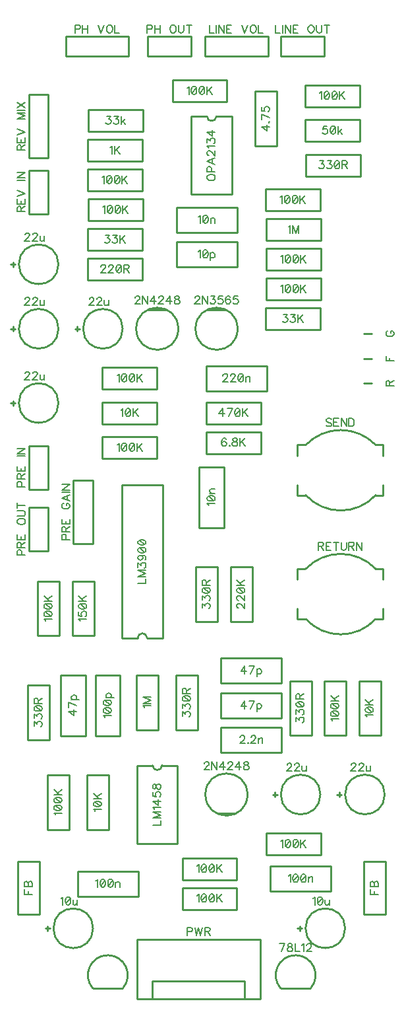
<source format=gbr>
G04 DipTrace 2.4.0.2*
%INTopSilk.gbr*%
%MOIN*%
%ADD10C,0.0098*%
%ADD70C,0.0062*%
%FSLAX44Y44*%
G04*
G70*
G90*
G75*
G01*
%LNTopSilk*%
%LPD*%
X15725Y44320D2*
D10*
X12655D1*
X15725Y43060D2*
X12655D1*
X15725Y44320D2*
Y43060D1*
X12655Y44320D2*
Y43060D1*
X15725Y42570D2*
X12655D1*
X15725Y41310D2*
X12655D1*
X15725Y42570D2*
Y41310D1*
X12655Y42570D2*
Y41310D1*
X15070Y28155D2*
Y31225D1*
X13810Y28155D2*
Y31225D1*
X15070Y28155D2*
X13810D1*
X15070Y31225D2*
X13810D1*
X14905Y16810D2*
X17975D1*
X14905Y18070D2*
X17975D1*
X14905Y16810D2*
Y18070D1*
X17975Y16810D2*
Y18070D1*
X17641Y14572D2*
Y14808D1*
X17523Y14690D2*
X17759D1*
X17941D2*
G02X17941Y14690I1000J0D01*
G01*
X14905Y18560D2*
X17975D1*
X14905Y19820D2*
X17975D1*
X14905Y18560D2*
Y19820D1*
X17975Y18560D2*
Y19820D1*
X20891Y14572D2*
Y14808D1*
X20773Y14690D2*
X21009D1*
X21191D2*
G02X21191Y14690I1000J0D01*
G01*
X4391Y41322D2*
Y41558D1*
X4273Y41440D2*
X4509D1*
X4691D2*
G02X4691Y41440I1000J0D01*
G01*
X14155Y35060D2*
X17225D1*
X14155Y36320D2*
X17225D1*
X14155Y35060D2*
Y36320D1*
X17225Y35060D2*
Y36320D1*
X14905Y20310D2*
X17975D1*
X14905Y21570D2*
X17975D1*
X14905Y20310D2*
Y21570D1*
X17975Y20310D2*
Y21570D1*
X7641Y38072D2*
Y38308D1*
X7523Y38190D2*
X7759D1*
X7941D2*
G02X7941Y38190I1000J0D01*
G01*
X4391Y38072D2*
Y38308D1*
X4273Y38190D2*
X4509D1*
X4691D2*
G02X4691Y38190I1000J0D01*
G01*
X8070Y17655D2*
Y20725D1*
X6810Y17655D2*
Y20725D1*
X8070Y17655D2*
X6810D1*
X8070Y20725D2*
X6810D1*
X4391Y34322D2*
Y34558D1*
X4273Y34440D2*
X4509D1*
X4691D2*
G02X4691Y34440I1000J0D01*
G01*
X9820Y17655D2*
Y20725D1*
X8560Y17655D2*
Y20725D1*
X9820Y17655D2*
X8560D1*
X9820Y20725D2*
X8560D1*
X6141Y7822D2*
Y8058D1*
X6023Y7940D2*
X6259D1*
X6441D2*
G02X6441Y7940I1000J0D01*
G01*
X10725Y10820D2*
X7655D1*
X10725Y9560D2*
X7655D1*
X10725Y10820D2*
Y9560D1*
X7655Y10820D2*
Y9560D1*
X18891Y7822D2*
Y8058D1*
X18773Y7940D2*
X19009D1*
X19191D2*
G02X19191Y7940I1000J0D01*
G01*
X20475Y11070D2*
X17405D1*
X20475Y9810D2*
X17405D1*
X20475Y11070D2*
Y9810D1*
X17405Y11070D2*
Y9810D1*
X10251Y51948D2*
X7054D1*
Y52932D1*
X10251D1*
Y51948D1*
X6182Y50001D2*
X5198D1*
Y46804D1*
X6182D1*
Y50001D1*
X8432Y30538D2*
X7448D1*
Y27342D1*
X8432D1*
Y30538D1*
X6182Y32288D2*
X5198D1*
Y30092D1*
X6182D1*
Y32288D1*
X17288Y51948D2*
X14092D1*
Y52932D1*
X17288D1*
Y51948D1*
X13395D2*
X11198D1*
Y52932D1*
X13395D1*
Y51948D1*
X20145D2*
X17948D1*
Y52932D1*
X20145D1*
Y51948D1*
X6182Y29182D2*
X5198D1*
Y26985D1*
X6182D1*
Y29182D1*
Y46182D2*
X5198D1*
Y43985D1*
X6182D1*
Y46182D1*
X18775Y31779D2*
Y32332D1*
X19168D1*
X23105Y31779D2*
Y32332D1*
X22712D1*
X19208D2*
G02X22731Y32332I1762J-1703D01*
G01*
X18775Y30322D2*
Y29788D1*
X19168D1*
X23105Y30322D2*
Y29788D1*
X22712D1*
X19208D2*
G03X22731Y29788I1762J1636D01*
G01*
X18775Y25529D2*
Y26082D1*
X19168D1*
X23105Y25529D2*
Y26082D1*
X22712D1*
X19208D2*
G02X22731Y26082I1762J-1703D01*
G01*
X18775Y24072D2*
Y23538D1*
X19168D1*
X23105Y24072D2*
Y23538D1*
X22712D1*
X19208D2*
G03X22731Y23538I1762J1636D01*
G01*
X4639Y8640D2*
Y11314D1*
X5741Y8640D2*
Y11314D1*
Y8640D2*
X4639D1*
X5741Y11314D2*
X4639D1*
X22139Y8640D2*
Y11314D1*
X23241Y8640D2*
Y11314D1*
Y8640D2*
X22139D1*
X23241Y11314D2*
X22139D1*
X16900Y7390D2*
X10660D1*
Y4390D1*
X16900D1*
Y7390D1*
X16120Y5290D2*
X11440D1*
Y4390D1*
X16120D1*
Y5290D1*
X22531Y37940D2*
X22137D1*
X22531Y36690D2*
X22137D1*
X22531Y35440D2*
X22137D1*
X13627Y38190D2*
G02X13627Y38190I1063J0D01*
G01*
X14218Y39135D2*
X15162D1*
X14375Y39174D2*
X14926D1*
X14127Y14690D2*
G02X14127Y14690I1063J0D01*
G01*
X15662Y13745D2*
X14718D1*
X15505Y13706D2*
X14954D1*
X10627Y38190D2*
G02X10627Y38190I1063J0D01*
G01*
X11218Y39135D2*
X12162D1*
X11375Y39174D2*
X11926D1*
X17170Y45241D2*
X19922D1*
X17170Y44139D2*
X19922D1*
X17170D2*
Y45241D1*
X19922Y44139D2*
Y45241D1*
X19960Y42639D2*
X17208D1*
X19960Y43741D2*
X17208D1*
X19960D2*
Y42639D1*
X17208Y43741D2*
Y42639D1*
X19960Y41139D2*
X17208D1*
X19960Y42241D2*
X17208D1*
X19960D2*
Y41139D1*
X17208Y42241D2*
Y41139D1*
X8170Y41741D2*
X10922D1*
X8170Y40639D2*
X10922D1*
X8170D2*
Y41741D1*
X10922Y40639D2*
Y41741D1*
X14170Y32991D2*
X16922D1*
X14170Y31889D2*
X16922D1*
X14170D2*
Y32991D1*
X16922Y31889D2*
Y32991D1*
X21889Y17670D2*
Y20422D1*
X22991Y17670D2*
Y20422D1*
Y17670D2*
X21889D1*
X22991Y20422D2*
X21889D1*
X19960Y11639D2*
X17208D1*
X19960Y12741D2*
X17208D1*
X19960D2*
Y11639D1*
X17208Y12741D2*
Y11639D1*
X20139Y17670D2*
Y20422D1*
X21241Y17670D2*
Y20422D1*
Y17670D2*
X20139D1*
X21241Y20422D2*
X20139D1*
X18389Y17670D2*
Y20422D1*
X19491Y17670D2*
Y20422D1*
Y17670D2*
X18389D1*
X19491Y20422D2*
X18389D1*
X8170Y43241D2*
X10922D1*
X8170Y42139D2*
X10922D1*
X8170D2*
Y43241D1*
X10922Y42139D2*
Y43241D1*
X8170Y46241D2*
X10922D1*
X8170Y45139D2*
X10922D1*
X8170D2*
Y46241D1*
X10922Y45139D2*
Y46241D1*
X19960Y39639D2*
X17208D1*
X19960Y40741D2*
X17208D1*
X19960D2*
Y39639D1*
X17208Y40741D2*
Y39639D1*
X10960Y43639D2*
X8208D1*
X10960Y44741D2*
X8208D1*
X10960D2*
Y43639D1*
X8208Y44741D2*
Y43639D1*
X14170Y34491D2*
X16922D1*
X14170Y33389D2*
X16922D1*
X14170D2*
Y34491D1*
X16922Y33389D2*
Y34491D1*
X13639Y23420D2*
Y26172D1*
X14741Y23420D2*
Y26172D1*
Y23420D2*
X13639D1*
X14741Y26172D2*
X13639D1*
X15389Y23420D2*
Y26172D1*
X16491Y23420D2*
Y26172D1*
Y23420D2*
X15389D1*
X16491Y26172D2*
X15389D1*
X17170Y39241D2*
X19922D1*
X17170Y38139D2*
X19922D1*
X17170D2*
Y39241D1*
X19922Y38139D2*
Y39241D1*
X8920Y32741D2*
X11672D1*
X8920Y31639D2*
X11672D1*
X8920D2*
Y32741D1*
X11672Y31639D2*
Y32741D1*
X8920Y36241D2*
X11672D1*
X8920Y35139D2*
X11672D1*
X8920D2*
Y36241D1*
X11672Y35139D2*
Y36241D1*
X8920Y34491D2*
X11672D1*
X8920Y33389D2*
X11672D1*
X8920D2*
Y34491D1*
X11672Y33389D2*
Y34491D1*
X8491Y25460D2*
Y22708D1*
X7389Y25460D2*
Y22708D1*
Y25460D2*
X8491D1*
X7389Y22708D2*
X8491D1*
X6241Y20210D2*
Y17458D1*
X5139Y20210D2*
Y17458D1*
Y20210D2*
X6241D1*
X5139Y17458D2*
X6241D1*
X6741Y25460D2*
Y22708D1*
X5639Y25460D2*
Y22708D1*
Y25460D2*
X6741D1*
X5639Y22708D2*
X6741D1*
X11741Y20710D2*
Y17958D1*
X10639Y20710D2*
Y17958D1*
Y20710D2*
X11741D1*
X10639Y17958D2*
X11741D1*
X8139Y12920D2*
Y15672D1*
X9241Y12920D2*
Y15672D1*
Y12920D2*
X8139D1*
X9241Y15672D2*
X8139D1*
X6139Y12920D2*
Y15672D1*
X7241Y12920D2*
Y15672D1*
Y12920D2*
X6139D1*
X7241Y15672D2*
X6139D1*
X13741Y20710D2*
Y17958D1*
X12639Y20710D2*
Y17958D1*
Y20710D2*
X13741D1*
X12639Y17958D2*
X13741D1*
X8170Y47741D2*
X10922D1*
X8170Y46639D2*
X10922D1*
X8170D2*
Y47741D1*
X10922Y46639D2*
Y47741D1*
X15210Y49639D2*
X12458D1*
X15210Y50741D2*
X12458D1*
X15210D2*
Y49639D1*
X12458Y50741D2*
Y49639D1*
X10960Y48139D2*
X8208D1*
X10960Y49241D2*
X8208D1*
X10960D2*
Y48139D1*
X8208Y49241D2*
Y48139D1*
X16639Y47420D2*
Y50172D1*
X17741Y47420D2*
Y50172D1*
Y47420D2*
X16639D1*
X17741Y50172D2*
X16639D1*
X19170Y50491D2*
X21922D1*
X19170Y49389D2*
X21922D1*
X19170D2*
Y50491D1*
X21922Y49389D2*
Y50491D1*
X19170Y48741D2*
X21922D1*
X19170Y47639D2*
X21922D1*
X19170D2*
Y48741D1*
X21922Y47639D2*
Y48741D1*
X21960Y45889D2*
X19208D1*
X21960Y46991D2*
X19208D1*
X21960D2*
Y45889D1*
X19208Y46991D2*
Y45889D1*
X15710Y10389D2*
X12958D1*
X15710Y11491D2*
X12958D1*
X15710D2*
Y10389D1*
X12958Y11491D2*
Y10389D1*
X15710Y8889D2*
X12958D1*
X15710Y9991D2*
X12958D1*
X15710D2*
Y8889D1*
X12958Y9991D2*
Y8889D1*
X9916Y22582D2*
Y30298D1*
X11964D2*
X9916D1*
X11964Y22582D2*
Y30298D1*
Y22582D2*
X11176D1*
X9916D2*
X10704D1*
X11176D2*
G03X10704Y22582I-236J0D01*
G01*
X12714Y16159D2*
Y12221D1*
X10666D2*
X12714D1*
X10666Y16159D2*
Y12221D1*
Y16159D2*
X11454D1*
X12714D2*
X11926D1*
X11454D2*
G03X11926Y16159I236J0D01*
G01*
X15464Y48909D2*
Y44971D1*
X13416D2*
X15464D1*
X13416Y48909D2*
Y44971D1*
Y48909D2*
X14204D1*
X15464D2*
X14676D1*
X14204D2*
G03X14676Y48909I236J0D01*
G01*
X17934Y4909D2*
G02X19446Y4909I756J666D01*
G01*
X17934D1*
X8434D2*
G02X9946Y4909I756J666D01*
G01*
X8434D1*
X13779Y43838D2*
D70*
X13818Y43858D1*
X13875Y43915D1*
Y43513D1*
X14114Y43915D2*
X14056Y43896D1*
X14018Y43838D1*
X13999Y43743D1*
Y43685D1*
X14018Y43590D1*
X14056Y43532D1*
X14114Y43513D1*
X14152D1*
X14209Y43532D1*
X14247Y43590D1*
X14267Y43685D1*
Y43743D1*
X14247Y43838D1*
X14209Y43896D1*
X14152Y43915D1*
X14114D1*
X14247Y43838D2*
X14018Y43590D1*
X14390Y43781D2*
Y43513D1*
Y43705D2*
X14448Y43762D1*
X14486Y43781D1*
X14543D1*
X14582Y43762D1*
X14601Y43705D1*
Y43513D1*
X13770Y42088D2*
X13808Y42108D1*
X13866Y42165D1*
Y41763D1*
X14104Y42165D2*
X14047Y42146D1*
X14008Y42088D1*
X13989Y41993D1*
Y41935D1*
X14008Y41840D1*
X14047Y41782D1*
X14104Y41763D1*
X14142D1*
X14200Y41782D1*
X14238Y41840D1*
X14257Y41935D1*
Y41993D1*
X14238Y42088D1*
X14200Y42146D1*
X14142Y42165D1*
X14104D1*
X14238Y42088D2*
X14008Y41840D1*
X14381Y42031D2*
Y41629D1*
Y41974D2*
X14419Y42012D1*
X14457Y42031D1*
X14514D1*
X14553Y42012D1*
X14591Y41974D1*
X14610Y41916D1*
Y41878D1*
X14591Y41821D1*
X14553Y41782D1*
X14514Y41763D1*
X14457D1*
X14419Y41782D1*
X14381Y41821D1*
X14292Y29279D2*
X14272Y29318D1*
X14215Y29375D1*
X14617D1*
X14215Y29614D2*
X14234Y29556D1*
X14292Y29518D1*
X14387Y29499D1*
X14445D1*
X14540Y29518D1*
X14598Y29556D1*
X14617Y29614D1*
Y29652D1*
X14598Y29709D1*
X14540Y29747D1*
X14445Y29767D1*
X14387D1*
X14292Y29747D1*
X14234Y29709D1*
X14215Y29652D1*
Y29614D1*
X14292Y29747D2*
X14540Y29518D1*
X14349Y29890D2*
X14617D1*
X14425D2*
X14368Y29948D1*
X14349Y29986D1*
Y30043D1*
X14368Y30082D1*
X14425Y30101D1*
X14617D1*
X15882Y17569D2*
Y17588D1*
X15901Y17627D1*
X15920Y17646D1*
X15958Y17665D1*
X16035D1*
X16073Y17646D1*
X16092Y17627D1*
X16111Y17588D1*
Y17550D1*
X16092Y17512D1*
X16054Y17455D1*
X15862Y17263D1*
X16130D1*
X16273Y17302D2*
X16254Y17282D1*
X16273Y17263D1*
X16292Y17282D1*
X16273Y17302D1*
X16435Y17569D2*
Y17588D1*
X16454Y17627D1*
X16473Y17646D1*
X16512Y17665D1*
X16588D1*
X16626Y17646D1*
X16645Y17627D1*
X16665Y17588D1*
Y17550D1*
X16645Y17512D1*
X16607Y17455D1*
X16416Y17263D1*
X16684D1*
X16807Y17531D2*
Y17263D1*
Y17455D2*
X16865Y17512D1*
X16903Y17531D1*
X16960D1*
X16999Y17512D1*
X17018Y17455D1*
Y17263D1*
X18254Y16180D2*
Y16199D1*
X18273Y16237D1*
X18292Y16256D1*
X18331Y16275D1*
X18407D1*
X18445Y16256D1*
X18464Y16237D1*
X18484Y16199D1*
Y16161D1*
X18464Y16122D1*
X18426Y16065D1*
X18235Y15874D1*
X18503D1*
X18646Y16180D2*
Y16199D1*
X18665Y16237D1*
X18684Y16256D1*
X18722Y16275D1*
X18799D1*
X18837Y16256D1*
X18856Y16237D1*
X18875Y16199D1*
Y16161D1*
X18856Y16122D1*
X18818Y16065D1*
X18626Y15874D1*
X18894D1*
X19018Y16142D2*
Y15950D1*
X19037Y15893D1*
X19075Y15874D1*
X19133D1*
X19171Y15893D1*
X19228Y15950D1*
Y16142D2*
Y15874D1*
X16116Y19013D2*
Y19415D1*
X15924Y19147D1*
X16211D1*
X16411Y19013D2*
X16602Y19415D1*
X16335D1*
X16726Y19281D2*
Y18879D1*
Y19224D2*
X16764Y19262D1*
X16802Y19281D1*
X16860D1*
X16898Y19262D1*
X16936Y19224D1*
X16956Y19166D1*
Y19128D1*
X16936Y19071D1*
X16898Y19032D1*
X16860Y19013D1*
X16802D1*
X16764Y19032D1*
X16726Y19071D1*
X21504Y16180D2*
Y16199D1*
X21523Y16237D1*
X21542Y16256D1*
X21581Y16275D1*
X21657D1*
X21695Y16256D1*
X21714Y16237D1*
X21734Y16199D1*
Y16161D1*
X21714Y16122D1*
X21676Y16065D1*
X21485Y15874D1*
X21753D1*
X21896Y16180D2*
Y16199D1*
X21915Y16237D1*
X21934Y16256D1*
X21972Y16275D1*
X22049D1*
X22087Y16256D1*
X22106Y16237D1*
X22125Y16199D1*
Y16161D1*
X22106Y16122D1*
X22068Y16065D1*
X21876Y15874D1*
X22144D1*
X22268Y16142D2*
Y15950D1*
X22287Y15893D1*
X22325Y15874D1*
X22383D1*
X22421Y15893D1*
X22478Y15950D1*
Y16142D2*
Y15874D1*
X5004Y42930D2*
Y42949D1*
X5023Y42987D1*
X5042Y43006D1*
X5081Y43025D1*
X5157D1*
X5195Y43006D1*
X5214Y42987D1*
X5234Y42949D1*
Y42911D1*
X5214Y42872D1*
X5176Y42815D1*
X4985Y42624D1*
X5253D1*
X5396Y42930D2*
Y42949D1*
X5415Y42987D1*
X5434Y43006D1*
X5472Y43025D1*
X5549D1*
X5587Y43006D1*
X5606Y42987D1*
X5625Y42949D1*
Y42911D1*
X5606Y42872D1*
X5568Y42815D1*
X5376Y42624D1*
X5644D1*
X5768Y42892D2*
Y42700D1*
X5787Y42643D1*
X5825Y42624D1*
X5883D1*
X5921Y42643D1*
X5978Y42700D1*
Y42892D2*
Y42624D1*
X15017Y35819D2*
Y35838D1*
X15036Y35877D1*
X15055Y35896D1*
X15094Y35915D1*
X15170D1*
X15208Y35896D1*
X15227Y35877D1*
X15247Y35838D1*
Y35800D1*
X15227Y35762D1*
X15189Y35705D1*
X14998Y35513D1*
X15266D1*
X15408Y35819D2*
Y35838D1*
X15428Y35877D1*
X15447Y35896D1*
X15485Y35915D1*
X15561D1*
X15600Y35896D1*
X15619Y35877D1*
X15638Y35838D1*
Y35800D1*
X15619Y35762D1*
X15580Y35705D1*
X15389Y35513D1*
X15657D1*
X15895Y35915D2*
X15838Y35896D1*
X15800Y35838D1*
X15780Y35743D1*
Y35685D1*
X15800Y35590D1*
X15838Y35532D1*
X15895Y35513D1*
X15933D1*
X15991Y35532D1*
X16029Y35590D1*
X16048Y35685D1*
Y35743D1*
X16029Y35838D1*
X15991Y35896D1*
X15933Y35915D1*
X15895D1*
X16029Y35838D2*
X15800Y35590D1*
X16172Y35781D2*
Y35513D1*
Y35705D2*
X16229Y35762D1*
X16268Y35781D1*
X16325D1*
X16363Y35762D1*
X16382Y35705D1*
Y35513D1*
X16116Y20763D2*
Y21165D1*
X15924Y20897D1*
X16211D1*
X16411Y20763D2*
X16602Y21165D1*
X16335D1*
X16726Y21031D2*
Y20629D1*
Y20974D2*
X16764Y21012D1*
X16802Y21031D1*
X16860D1*
X16898Y21012D1*
X16936Y20974D1*
X16956Y20916D1*
Y20878D1*
X16936Y20821D1*
X16898Y20782D1*
X16860Y20763D1*
X16802D1*
X16764Y20782D1*
X16726Y20821D1*
X8254Y39680D2*
Y39699D1*
X8273Y39737D1*
X8292Y39756D1*
X8331Y39775D1*
X8407D1*
X8445Y39756D1*
X8464Y39737D1*
X8484Y39699D1*
Y39661D1*
X8464Y39622D1*
X8426Y39565D1*
X8235Y39374D1*
X8503D1*
X8646Y39680D2*
Y39699D1*
X8665Y39737D1*
X8684Y39756D1*
X8722Y39775D1*
X8799D1*
X8837Y39756D1*
X8856Y39737D1*
X8875Y39699D1*
Y39661D1*
X8856Y39622D1*
X8818Y39565D1*
X8626Y39374D1*
X8894D1*
X9018Y39642D2*
Y39450D1*
X9037Y39393D1*
X9075Y39374D1*
X9133D1*
X9171Y39393D1*
X9228Y39450D1*
Y39642D2*
Y39374D1*
X5004Y39680D2*
Y39699D1*
X5023Y39737D1*
X5042Y39756D1*
X5081Y39775D1*
X5157D1*
X5195Y39756D1*
X5214Y39737D1*
X5234Y39699D1*
Y39661D1*
X5214Y39622D1*
X5176Y39565D1*
X4985Y39374D1*
X5253D1*
X5396Y39680D2*
Y39699D1*
X5415Y39737D1*
X5434Y39756D1*
X5472Y39775D1*
X5549D1*
X5587Y39756D1*
X5606Y39737D1*
X5625Y39699D1*
Y39661D1*
X5606Y39622D1*
X5568Y39565D1*
X5376Y39374D1*
X5644D1*
X5768Y39642D2*
Y39450D1*
X5787Y39393D1*
X5825Y39374D1*
X5883D1*
X5921Y39393D1*
X5978Y39450D1*
Y39642D2*
Y39374D1*
X7617Y18866D2*
X7215D1*
X7483Y18674D1*
Y18961D1*
X7617Y19161D2*
X7215Y19352D1*
Y19085D1*
X7349Y19476D2*
X7751D1*
X7406D2*
X7368Y19514D1*
X7349Y19552D1*
Y19610D1*
X7368Y19648D1*
X7406Y19686D1*
X7464Y19706D1*
X7502D1*
X7559Y19686D1*
X7598Y19648D1*
X7617Y19610D1*
Y19552D1*
X7598Y19514D1*
X7559Y19476D1*
X5004Y35930D2*
Y35949D1*
X5023Y35987D1*
X5042Y36006D1*
X5081Y36025D1*
X5157D1*
X5195Y36006D1*
X5214Y35987D1*
X5234Y35949D1*
Y35911D1*
X5214Y35872D1*
X5176Y35815D1*
X4985Y35624D1*
X5253D1*
X5396Y35930D2*
Y35949D1*
X5415Y35987D1*
X5434Y36006D1*
X5472Y36025D1*
X5549D1*
X5587Y36006D1*
X5606Y35987D1*
X5625Y35949D1*
Y35911D1*
X5606Y35872D1*
X5568Y35815D1*
X5376Y35624D1*
X5644D1*
X5768Y35892D2*
Y35700D1*
X5787Y35643D1*
X5825Y35624D1*
X5883D1*
X5921Y35643D1*
X5978Y35700D1*
Y35892D2*
Y35624D1*
X9042Y18574D2*
X9022Y18612D1*
X8965Y18670D1*
X9367D1*
X8965Y18908D2*
X8984Y18851D1*
X9042Y18812D1*
X9137Y18793D1*
X9195D1*
X9290Y18812D1*
X9348Y18851D1*
X9367Y18908D1*
Y18946D1*
X9348Y19004D1*
X9290Y19042D1*
X9195Y19061D1*
X9137D1*
X9042Y19042D1*
X8984Y19004D1*
X8965Y18946D1*
Y18908D1*
X9042Y19042D2*
X9290Y18812D1*
X8965Y19300D2*
X8984Y19242D1*
X9042Y19204D1*
X9137Y19185D1*
X9195D1*
X9290Y19204D1*
X9348Y19242D1*
X9367Y19300D1*
Y19338D1*
X9348Y19395D1*
X9290Y19433D1*
X9195Y19453D1*
X9137D1*
X9042Y19433D1*
X8984Y19395D1*
X8965Y19338D1*
Y19300D1*
X9042Y19433D2*
X9290Y19204D1*
X9099Y19576D2*
X9501D1*
X9156D2*
X9118Y19615D1*
X9099Y19653D1*
Y19710D1*
X9118Y19749D1*
X9156Y19787D1*
X9214Y19806D1*
X9252D1*
X9309Y19787D1*
X9348Y19749D1*
X9367Y19710D1*
Y19653D1*
X9348Y19615D1*
X9309Y19576D1*
X6821Y9449D2*
X6859Y9468D1*
X6917Y9525D1*
Y9124D1*
X7155Y9525D2*
X7098Y9506D1*
X7059Y9449D1*
X7040Y9353D1*
Y9296D1*
X7059Y9200D1*
X7098Y9143D1*
X7155Y9124D1*
X7193D1*
X7251Y9143D1*
X7289Y9200D1*
X7308Y9296D1*
Y9353D1*
X7289Y9449D1*
X7251Y9506D1*
X7193Y9525D1*
X7155D1*
X7289Y9449D2*
X7059Y9200D1*
X7432Y9392D2*
Y9200D1*
X7451Y9143D1*
X7489Y9124D1*
X7547D1*
X7585Y9143D1*
X7642Y9200D1*
Y9392D2*
Y9124D1*
X8584Y10338D2*
X8622Y10358D1*
X8680Y10415D1*
Y10013D1*
X8918Y10415D2*
X8861Y10396D1*
X8822Y10338D1*
X8803Y10243D1*
Y10185D1*
X8822Y10090D1*
X8861Y10032D1*
X8918Y10013D1*
X8956D1*
X9014Y10032D1*
X9052Y10090D1*
X9071Y10185D1*
Y10243D1*
X9052Y10338D1*
X9014Y10396D1*
X8956Y10415D1*
X8918D1*
X9052Y10338D2*
X8822Y10090D1*
X9309Y10415D2*
X9252Y10396D1*
X9214Y10338D1*
X9194Y10243D1*
Y10185D1*
X9214Y10090D1*
X9252Y10032D1*
X9309Y10013D1*
X9347D1*
X9405Y10032D1*
X9443Y10090D1*
X9462Y10185D1*
Y10243D1*
X9443Y10338D1*
X9405Y10396D1*
X9347Y10415D1*
X9309D1*
X9443Y10338D2*
X9214Y10090D1*
X9586Y10281D2*
Y10013D1*
Y10205D2*
X9643Y10262D1*
X9682Y10281D1*
X9739D1*
X9777Y10262D1*
X9796Y10205D1*
Y10013D1*
X19571Y9449D2*
X19609Y9468D1*
X19667Y9525D1*
Y9124D1*
X19905Y9525D2*
X19848Y9506D1*
X19809Y9449D1*
X19790Y9353D1*
Y9296D1*
X19809Y9200D1*
X19848Y9143D1*
X19905Y9124D1*
X19943D1*
X20001Y9143D1*
X20039Y9200D1*
X20058Y9296D1*
Y9353D1*
X20039Y9449D1*
X20001Y9506D1*
X19943Y9525D1*
X19905D1*
X20039Y9449D2*
X19809Y9200D1*
X20182Y9392D2*
Y9200D1*
X20201Y9143D1*
X20239Y9124D1*
X20297D1*
X20335Y9143D1*
X20392Y9200D1*
Y9392D2*
Y9124D1*
X18334Y10588D2*
X18372Y10608D1*
X18430Y10665D1*
Y10263D1*
X18668Y10665D2*
X18611Y10646D1*
X18572Y10588D1*
X18553Y10493D1*
Y10435D1*
X18572Y10340D1*
X18611Y10282D1*
X18668Y10263D1*
X18706D1*
X18764Y10282D1*
X18802Y10340D1*
X18821Y10435D1*
Y10493D1*
X18802Y10588D1*
X18764Y10646D1*
X18706Y10665D1*
X18668D1*
X18802Y10588D2*
X18572Y10340D1*
X19059Y10665D2*
X19002Y10646D1*
X18964Y10588D1*
X18944Y10493D1*
Y10435D1*
X18964Y10340D1*
X19002Y10282D1*
X19059Y10263D1*
X19097D1*
X19155Y10282D1*
X19193Y10340D1*
X19212Y10435D1*
Y10493D1*
X19193Y10588D1*
X19155Y10646D1*
X19097Y10665D1*
X19059D1*
X19193Y10588D2*
X18964Y10340D1*
X19336Y10531D2*
Y10263D1*
Y10455D2*
X19393Y10512D1*
X19432Y10531D1*
X19489D1*
X19527Y10512D1*
X19546Y10455D1*
Y10263D1*
X7523Y53307D2*
X7695D1*
X7752Y53326D1*
X7771Y53346D1*
X7790Y53384D1*
Y53441D1*
X7771Y53479D1*
X7752Y53499D1*
X7695Y53518D1*
X7523D1*
Y53116D1*
X7914Y53518D2*
Y53116D1*
X8182Y53518D2*
Y53116D1*
X7914Y53326D2*
X8182D1*
X8694Y53518D2*
X8847Y53116D1*
X9000Y53518D1*
X9239D2*
X9200Y53499D1*
X9162Y53460D1*
X9143Y53422D1*
X9124Y53365D1*
Y53269D1*
X9143Y53212D1*
X9162Y53173D1*
X9200Y53135D1*
X9239Y53116D1*
X9315D1*
X9353Y53135D1*
X9392Y53173D1*
X9411Y53212D1*
X9430Y53269D1*
Y53365D1*
X9411Y53422D1*
X9392Y53460D1*
X9353Y53499D1*
X9315Y53518D1*
X9239D1*
X9553D2*
Y53116D1*
X9783D1*
X4804Y47201D2*
Y47373D1*
X4784Y47431D1*
X4765Y47450D1*
X4727Y47469D1*
X4689D1*
X4651Y47450D1*
X4631Y47431D1*
X4612Y47373D1*
Y47201D1*
X5014D1*
X4804Y47335D2*
X5014Y47469D1*
X4612Y47841D2*
Y47593D1*
X5014D1*
Y47841D1*
X4804Y47593D2*
Y47746D1*
X4612Y47965D2*
X5014Y48118D1*
X4612Y48271D1*
X5014Y49089D2*
X4612D1*
X5014Y48936D1*
X4612Y48783D1*
X5014D1*
X4612Y49212D2*
X5014D1*
X4612Y49336D2*
X5014Y49604D1*
X4612D2*
X5014Y49336D1*
X7073Y27552D2*
Y27725D1*
X7054Y27782D1*
X7034Y27801D1*
X6996Y27820D1*
X6939D1*
X6901Y27801D1*
X6881Y27782D1*
X6862Y27725D1*
Y27552D1*
X7264D1*
X7054Y27944D2*
Y28116D1*
X7034Y28173D1*
X7015Y28193D1*
X6977Y28212D1*
X6939D1*
X6901Y28193D1*
X6881Y28173D1*
X6862Y28116D1*
Y27944D1*
X7264D1*
X7054Y28078D2*
X7264Y28212D1*
X6862Y28584D2*
Y28335D1*
X7264D1*
Y28584D1*
X7054Y28335D2*
Y28488D1*
X6958Y29383D2*
X6920Y29364D1*
X6881Y29325D1*
X6862Y29287D1*
Y29211D1*
X6881Y29172D1*
X6920Y29134D1*
X6958Y29115D1*
X7015Y29096D1*
X7111D1*
X7168Y29115D1*
X7207Y29134D1*
X7245Y29172D1*
X7264Y29211D1*
Y29287D1*
X7245Y29325D1*
X7207Y29364D1*
X7168Y29383D1*
X7111D1*
Y29287D1*
X7264Y29813D2*
X6862Y29659D1*
X7264Y29506D1*
X7130Y29564D2*
Y29755D1*
X6862Y29936D2*
X7264D1*
X6862Y30328D2*
X7264D1*
X6862Y30060D1*
X7264D1*
X4823Y30222D2*
Y30395D1*
X4804Y30452D1*
X4784Y30471D1*
X4746Y30490D1*
X4689D1*
X4651Y30471D1*
X4631Y30452D1*
X4612Y30395D1*
Y30222D1*
X5014D1*
X4804Y30614D2*
Y30786D1*
X4784Y30843D1*
X4765Y30863D1*
X4727Y30882D1*
X4689D1*
X4651Y30863D1*
X4631Y30843D1*
X4612Y30786D1*
Y30614D1*
X5014D1*
X4804Y30748D2*
X5014Y30882D1*
X4612Y31254D2*
Y31005D1*
X5014D1*
Y31254D1*
X4804Y31005D2*
Y31158D1*
X4612Y31766D2*
X5014D1*
X4612Y32158D2*
X5014D1*
X4612Y31890D1*
X5014D1*
X14331Y53518D2*
Y53116D1*
X14561D1*
X14684Y53518D2*
Y53116D1*
X15076Y53518D2*
Y53116D1*
X14808Y53518D1*
Y53116D1*
X15448Y53518D2*
X15199D1*
Y53116D1*
X15448D1*
X15199Y53326D2*
X15352D1*
X15960Y53518D2*
X16113Y53116D1*
X16266Y53518D1*
X16505D2*
X16466Y53499D1*
X16428Y53460D1*
X16409Y53422D1*
X16390Y53365D1*
Y53269D1*
X16409Y53212D1*
X16428Y53173D1*
X16466Y53135D1*
X16505Y53116D1*
X16581D1*
X16619Y53135D1*
X16658Y53173D1*
X16677Y53212D1*
X16696Y53269D1*
Y53365D1*
X16677Y53422D1*
X16658Y53460D1*
X16619Y53499D1*
X16581Y53518D1*
X16505D1*
X16819D2*
Y53116D1*
X17049D1*
X11166Y53307D2*
X11338D1*
X11395Y53326D1*
X11415Y53346D1*
X11434Y53384D1*
Y53441D1*
X11415Y53479D1*
X11395Y53499D1*
X11338Y53518D1*
X11166D1*
Y53116D1*
X11557Y53518D2*
Y53116D1*
X11825Y53518D2*
Y53116D1*
X11557Y53326D2*
X11825D1*
X12453Y53518D2*
X12414Y53499D1*
X12376Y53460D1*
X12357Y53422D1*
X12338Y53365D1*
Y53269D1*
X12357Y53212D1*
X12376Y53173D1*
X12414Y53135D1*
X12453Y53116D1*
X12529D1*
X12567Y53135D1*
X12606Y53173D1*
X12625Y53212D1*
X12644Y53269D1*
Y53365D1*
X12625Y53422D1*
X12606Y53460D1*
X12567Y53499D1*
X12529Y53518D1*
X12453D1*
X12767D2*
Y53231D1*
X12786Y53173D1*
X12825Y53135D1*
X12882Y53116D1*
X12920D1*
X12978Y53135D1*
X13016Y53173D1*
X13035Y53231D1*
Y53518D1*
X13293D2*
Y53116D1*
X13159Y53518D2*
X13427D1*
X17687D2*
Y53116D1*
X17917D1*
X18040Y53518D2*
Y53116D1*
X18432Y53518D2*
Y53116D1*
X18164Y53518D1*
Y53116D1*
X18804Y53518D2*
X18555D1*
Y53116D1*
X18804D1*
X18555Y53326D2*
X18708D1*
X19431Y53518D2*
X19393Y53499D1*
X19355Y53460D1*
X19335Y53422D1*
X19316Y53365D1*
Y53269D1*
X19335Y53212D1*
X19355Y53173D1*
X19393Y53135D1*
X19431Y53116D1*
X19508D1*
X19546Y53135D1*
X19584Y53173D1*
X19603Y53212D1*
X19622Y53269D1*
Y53365D1*
X19603Y53422D1*
X19584Y53460D1*
X19546Y53499D1*
X19508Y53518D1*
X19431D1*
X19746D2*
Y53231D1*
X19765Y53173D1*
X19803Y53135D1*
X19861Y53116D1*
X19899D1*
X19956Y53135D1*
X19995Y53173D1*
X20014Y53231D1*
Y53518D1*
X20271D2*
Y53116D1*
X20137Y53518D2*
X20405D1*
X4823Y26767D2*
Y26940D1*
X4804Y26997D1*
X4784Y27016D1*
X4746Y27035D1*
X4689D1*
X4651Y27016D1*
X4631Y26997D1*
X4612Y26940D1*
Y26767D1*
X5014D1*
X4804Y27159D2*
Y27331D1*
X4784Y27388D1*
X4765Y27408D1*
X4727Y27427D1*
X4689D1*
X4651Y27408D1*
X4631Y27388D1*
X4612Y27331D1*
Y27159D1*
X5014D1*
X4804Y27293D2*
X5014Y27427D1*
X4612Y27799D2*
Y27550D1*
X5014D1*
Y27799D1*
X4804Y27550D2*
Y27703D1*
X4612Y28426D2*
X4631Y28388D1*
X4670Y28350D1*
X4708Y28330D1*
X4765Y28311D1*
X4861D1*
X4918Y28330D1*
X4957Y28350D1*
X4995Y28388D1*
X5014Y28426D1*
Y28503D1*
X4995Y28541D1*
X4957Y28579D1*
X4918Y28598D1*
X4861Y28617D1*
X4765D1*
X4708Y28598D1*
X4670Y28579D1*
X4631Y28541D1*
X4612Y28503D1*
Y28426D1*
Y28741D2*
X4899D1*
X4957Y28760D1*
X4995Y28798D1*
X5014Y28856D1*
Y28894D1*
X4995Y28951D1*
X4957Y28990D1*
X4899Y29009D1*
X4612D1*
Y29266D2*
X5014D1*
X4612Y29132D2*
Y29400D1*
X4804Y44097D2*
Y44269D1*
X4784Y44327D1*
X4765Y44346D1*
X4727Y44365D1*
X4689D1*
X4651Y44346D1*
X4631Y44327D1*
X4612Y44269D1*
Y44097D1*
X5014D1*
X4804Y44231D2*
X5014Y44365D1*
X4612Y44737D2*
Y44489D1*
X5014D1*
Y44737D1*
X4804Y44489D2*
Y44642D1*
X4612Y44861D2*
X5014Y45014D1*
X4612Y45167D1*
Y45679D2*
X5014D1*
X4612Y46070D2*
X5014D1*
X4612Y45802D1*
X5014D1*
X20497Y33608D2*
X20458Y33646D1*
X20401Y33665D1*
X20325D1*
X20267Y33646D1*
X20229Y33608D1*
Y33570D1*
X20248Y33531D1*
X20267Y33512D1*
X20305Y33493D1*
X20420Y33455D1*
X20458Y33436D1*
X20477Y33416D1*
X20497Y33378D1*
Y33321D1*
X20458Y33283D1*
X20401Y33263D1*
X20325D1*
X20267Y33283D1*
X20229Y33321D1*
X20869Y33665D2*
X20620D1*
Y33263D1*
X20869D1*
X20620Y33474D2*
X20773D1*
X21260Y33665D2*
Y33263D1*
X20992Y33665D1*
Y33263D1*
X21383Y33665D2*
Y33263D1*
X21517D1*
X21575Y33283D1*
X21613Y33321D1*
X21632Y33359D1*
X21651Y33416D1*
Y33512D1*
X21632Y33570D1*
X21613Y33608D1*
X21575Y33646D1*
X21517Y33665D1*
X21383D1*
X19837Y27224D2*
X20009D1*
X20067Y27243D1*
X20086Y27262D1*
X20105Y27300D1*
Y27339D1*
X20086Y27377D1*
X20067Y27396D1*
X20009Y27415D1*
X19837D1*
Y27013D1*
X19971Y27224D2*
X20105Y27013D1*
X20477Y27415D2*
X20229D1*
Y27013D1*
X20477D1*
X20229Y27224D2*
X20382D1*
X20735Y27415D2*
Y27013D1*
X20601Y27415D2*
X20869D1*
X20992D2*
Y27128D1*
X21011Y27071D1*
X21050Y27033D1*
X21107Y27013D1*
X21145D1*
X21202Y27033D1*
X21241Y27071D1*
X21260Y27128D1*
Y27415D1*
X21383Y27224D2*
X21555D1*
X21613Y27243D1*
X21632Y27262D1*
X21651Y27300D1*
Y27339D1*
X21632Y27377D1*
X21613Y27396D1*
X21555Y27415D1*
X21383D1*
Y27013D1*
X21517Y27224D2*
X21651Y27013D1*
X22043Y27415D2*
Y27013D1*
X21775Y27415D1*
Y27013D1*
X4965Y9906D2*
Y9657D1*
X5367D1*
X5156D2*
Y9810D1*
X4965Y10030D2*
X5367D1*
Y10202D1*
X5347Y10260D1*
X5328Y10279D1*
X5290Y10298D1*
X5233D1*
X5194Y10279D1*
X5175Y10260D1*
X5156Y10202D1*
X5137Y10260D1*
X5118Y10279D1*
X5080Y10298D1*
X5041D1*
X5003Y10279D1*
X4984Y10260D1*
X4965Y10202D1*
Y10030D1*
X5156D2*
Y10202D1*
X22465Y9906D2*
Y9657D1*
X22867D1*
X22656D2*
Y9810D1*
X22465Y10030D2*
X22867D1*
Y10202D1*
X22847Y10260D1*
X22828Y10279D1*
X22790Y10298D1*
X22733D1*
X22694Y10279D1*
X22675Y10260D1*
X22656Y10202D1*
X22637Y10260D1*
X22618Y10279D1*
X22580Y10298D1*
X22541D1*
X22503Y10279D1*
X22484Y10260D1*
X22465Y10202D1*
Y10030D1*
X22656D2*
Y10202D1*
X13197Y7765D2*
X13370D1*
X13427Y7784D1*
X13446Y7804D1*
X13465Y7842D1*
Y7899D1*
X13446Y7937D1*
X13427Y7957D1*
X13370Y7976D1*
X13197D1*
Y7574D1*
X13589Y7976D2*
X13684Y7574D1*
X13780Y7976D1*
X13876Y7574D1*
X13971Y7976D1*
X14095Y7784D2*
X14267D1*
X14324Y7804D1*
X14344Y7823D1*
X14363Y7861D1*
Y7899D1*
X14344Y7937D1*
X14324Y7957D1*
X14267Y7976D1*
X14095D1*
Y7574D1*
X14229Y7784D2*
X14363Y7574D1*
X23352Y38083D2*
X23314Y38064D1*
X23276Y38026D1*
X23257Y37988D1*
Y37911D1*
X23276Y37873D1*
X23314Y37835D1*
X23352Y37816D1*
X23410Y37797D1*
X23506D1*
X23563Y37816D1*
X23601Y37835D1*
X23639Y37873D1*
X23659Y37911D1*
Y37988D1*
X23639Y38026D1*
X23601Y38064D1*
X23563Y38083D1*
X23506D1*
Y37988D1*
X23257Y36814D2*
Y36566D1*
X23659D1*
X23448D2*
Y36719D1*
Y35306D2*
Y35478D1*
X23429Y35536D1*
X23410Y35555D1*
X23372Y35574D1*
X23333D1*
X23295Y35555D1*
X23276Y35536D1*
X23257Y35478D1*
Y35306D1*
X23659D1*
X23448Y35440D2*
X23659Y35574D1*
X13607Y39743D2*
Y39762D1*
X13626Y39800D1*
X13645Y39819D1*
X13683Y39838D1*
X13760D1*
X13798Y39819D1*
X13817Y39800D1*
X13836Y39762D1*
Y39724D1*
X13817Y39685D1*
X13779Y39628D1*
X13587Y39437D1*
X13855D1*
X14247Y39839D2*
Y39437D1*
X13979Y39839D1*
Y39437D1*
X14408Y39838D2*
X14619D1*
X14504Y39685D1*
X14561D1*
X14600Y39666D1*
X14619Y39647D1*
X14638Y39590D1*
Y39552D1*
X14619Y39494D1*
X14580Y39456D1*
X14523Y39437D1*
X14466D1*
X14408Y39456D1*
X14389Y39475D1*
X14370Y39513D1*
X14991Y39838D2*
X14800D1*
X14781Y39666D1*
X14800Y39685D1*
X14857Y39705D1*
X14914D1*
X14972Y39685D1*
X15010Y39647D1*
X15029Y39590D1*
Y39552D1*
X15010Y39494D1*
X14972Y39456D1*
X14914Y39437D1*
X14857D1*
X14800Y39456D1*
X14781Y39475D1*
X14761Y39513D1*
X15382Y39781D2*
X15363Y39819D1*
X15306Y39838D1*
X15268D1*
X15210Y39819D1*
X15172Y39762D1*
X15153Y39666D1*
Y39571D1*
X15172Y39494D1*
X15210Y39456D1*
X15268Y39437D1*
X15287D1*
X15344Y39456D1*
X15382Y39494D1*
X15401Y39552D1*
Y39571D1*
X15382Y39628D1*
X15344Y39666D1*
X15287Y39685D1*
X15268D1*
X15210Y39666D1*
X15172Y39628D1*
X15153Y39571D1*
X15754Y39838D2*
X15563D1*
X15544Y39666D1*
X15563Y39685D1*
X15621Y39705D1*
X15678D1*
X15735Y39685D1*
X15774Y39647D1*
X15793Y39590D1*
Y39552D1*
X15774Y39494D1*
X15735Y39456D1*
X15678Y39437D1*
X15621D1*
X15563Y39456D1*
X15544Y39475D1*
X15525Y39513D1*
X14078Y16243D2*
Y16262D1*
X14097Y16300D1*
X14116Y16319D1*
X14155Y16338D1*
X14231D1*
X14269Y16319D1*
X14288Y16300D1*
X14308Y16262D1*
Y16224D1*
X14288Y16185D1*
X14250Y16128D1*
X14059Y15937D1*
X14327D1*
X14718Y16339D2*
Y15937D1*
X14450Y16339D1*
Y15937D1*
X15033D2*
Y16338D1*
X14842Y16071D1*
X15128D1*
X15271Y16243D2*
Y16262D1*
X15290Y16300D1*
X15309Y16319D1*
X15348Y16338D1*
X15424D1*
X15462Y16319D1*
X15481Y16300D1*
X15501Y16262D1*
Y16224D1*
X15481Y16185D1*
X15443Y16128D1*
X15252Y15937D1*
X15520D1*
X15835D2*
Y16338D1*
X15643Y16071D1*
X15930D1*
X16149Y16338D2*
X16092Y16319D1*
X16073Y16281D1*
Y16243D1*
X16092Y16205D1*
X16130Y16185D1*
X16207Y16166D1*
X16264Y16147D1*
X16302Y16109D1*
X16321Y16071D1*
Y16013D1*
X16302Y15975D1*
X16283Y15956D1*
X16226Y15937D1*
X16149D1*
X16092Y15956D1*
X16073Y15975D1*
X16054Y16013D1*
Y16071D1*
X16073Y16109D1*
X16111Y16147D1*
X16168Y16166D1*
X16245Y16185D1*
X16283Y16205D1*
X16302Y16243D1*
Y16281D1*
X16283Y16319D1*
X16226Y16338D1*
X16149D1*
X10578Y39743D2*
Y39762D1*
X10597Y39800D1*
X10616Y39819D1*
X10655Y39838D1*
X10731D1*
X10769Y39819D1*
X10788Y39800D1*
X10808Y39762D1*
Y39724D1*
X10788Y39685D1*
X10750Y39628D1*
X10559Y39437D1*
X10827D1*
X11218Y39839D2*
Y39437D1*
X10950Y39839D1*
Y39437D1*
X11533D2*
Y39838D1*
X11342Y39571D1*
X11628D1*
X11771Y39743D2*
Y39762D1*
X11790Y39800D1*
X11809Y39819D1*
X11848Y39838D1*
X11924D1*
X11962Y39819D1*
X11981Y39800D1*
X12001Y39762D1*
Y39724D1*
X11981Y39685D1*
X11943Y39628D1*
X11752Y39437D1*
X12020D1*
X12335D2*
Y39838D1*
X12143Y39571D1*
X12430D1*
X12649Y39838D2*
X12592Y39819D1*
X12573Y39781D1*
Y39743D1*
X12592Y39705D1*
X12630Y39685D1*
X12707Y39666D1*
X12764Y39647D1*
X12802Y39609D1*
X12821Y39571D1*
Y39513D1*
X12802Y39475D1*
X12783Y39456D1*
X12726Y39437D1*
X12649D1*
X12592Y39456D1*
X12573Y39475D1*
X12554Y39513D1*
Y39571D1*
X12573Y39609D1*
X12611Y39647D1*
X12668Y39666D1*
X12745Y39685D1*
X12783Y39705D1*
X12802Y39743D1*
Y39781D1*
X12783Y39819D1*
X12726Y39838D1*
X12649D1*
X17911Y44838D2*
X17950Y44858D1*
X18007Y44915D1*
Y44513D1*
X18246Y44915D2*
X18188Y44896D1*
X18150Y44838D1*
X18131Y44743D1*
Y44685D1*
X18150Y44590D1*
X18188Y44532D1*
X18246Y44513D1*
X18284D1*
X18341Y44532D1*
X18379Y44590D1*
X18399Y44685D1*
Y44743D1*
X18379Y44838D1*
X18341Y44896D1*
X18284Y44915D1*
X18246D1*
X18379Y44838D2*
X18150Y44590D1*
X18637Y44915D2*
X18580Y44896D1*
X18541Y44838D1*
X18522Y44743D1*
Y44685D1*
X18541Y44590D1*
X18580Y44532D1*
X18637Y44513D1*
X18675D1*
X18733Y44532D1*
X18771Y44590D1*
X18790Y44685D1*
Y44743D1*
X18771Y44838D1*
X18733Y44896D1*
X18675Y44915D1*
X18637D1*
X18771Y44838D2*
X18541Y44590D1*
X18914Y44915D2*
Y44513D1*
X19181Y44915D2*
X18914Y44647D1*
X19009Y44743D2*
X19181Y44513D1*
X18321Y43338D2*
X18359Y43358D1*
X18417Y43415D1*
Y43013D1*
X18846D2*
Y43415D1*
X18693Y43013D1*
X18540Y43415D1*
Y43013D1*
X17949Y41838D2*
X17987Y41858D1*
X18044Y41915D1*
Y41513D1*
X18283Y41915D2*
X18225Y41896D1*
X18187Y41838D1*
X18168Y41743D1*
Y41685D1*
X18187Y41590D1*
X18225Y41532D1*
X18283Y41513D1*
X18321D1*
X18378Y41532D1*
X18416Y41590D1*
X18436Y41685D1*
Y41743D1*
X18416Y41838D1*
X18378Y41896D1*
X18321Y41915D1*
X18283D1*
X18416Y41838D2*
X18187Y41590D1*
X18674Y41915D2*
X18617Y41896D1*
X18578Y41838D1*
X18559Y41743D1*
Y41685D1*
X18578Y41590D1*
X18617Y41532D1*
X18674Y41513D1*
X18712D1*
X18770Y41532D1*
X18808Y41590D1*
X18827Y41685D1*
Y41743D1*
X18808Y41838D1*
X18770Y41896D1*
X18712Y41915D1*
X18674D1*
X18808Y41838D2*
X18578Y41590D1*
X18951Y41915D2*
Y41513D1*
X19219Y41915D2*
X18951Y41647D1*
X19046Y41743D2*
X19219Y41513D1*
X8845Y41319D2*
Y41338D1*
X8864Y41377D1*
X8883Y41396D1*
X8921Y41415D1*
X8998D1*
X9036Y41396D1*
X9055Y41377D1*
X9074Y41338D1*
Y41300D1*
X9055Y41262D1*
X9017Y41205D1*
X8825Y41013D1*
X9093D1*
X9236Y41319D2*
Y41338D1*
X9255Y41377D1*
X9274Y41396D1*
X9313Y41415D1*
X9389D1*
X9427Y41396D1*
X9446Y41377D1*
X9466Y41338D1*
Y41300D1*
X9446Y41262D1*
X9408Y41205D1*
X9217Y41013D1*
X9485D1*
X9723Y41415D2*
X9666Y41396D1*
X9627Y41338D1*
X9608Y41243D1*
Y41185D1*
X9627Y41090D1*
X9666Y41032D1*
X9723Y41013D1*
X9761D1*
X9819Y41032D1*
X9857Y41090D1*
X9876Y41185D1*
Y41243D1*
X9857Y41338D1*
X9819Y41396D1*
X9761Y41415D1*
X9723D1*
X9857Y41338D2*
X9627Y41090D1*
X10000Y41224D2*
X10172D1*
X10229Y41243D1*
X10248Y41262D1*
X10267Y41300D1*
Y41339D1*
X10248Y41377D1*
X10229Y41396D1*
X10172Y41415D1*
X10000D1*
Y41013D1*
X10133Y41224D2*
X10267Y41013D1*
X15179Y32608D2*
X15160Y32646D1*
X15103Y32665D1*
X15065D1*
X15007Y32646D1*
X14969Y32588D1*
X14950Y32493D1*
Y32397D1*
X14969Y32321D1*
X15007Y32282D1*
X15065Y32263D1*
X15084D1*
X15141Y32282D1*
X15179Y32321D1*
X15198Y32378D1*
Y32397D1*
X15179Y32455D1*
X15141Y32493D1*
X15084Y32512D1*
X15065D1*
X15007Y32493D1*
X14969Y32455D1*
X14950Y32397D1*
X15341Y32302D2*
X15322Y32282D1*
X15341Y32263D1*
X15360Y32282D1*
X15341Y32302D1*
X15579Y32665D2*
X15522Y32646D1*
X15503Y32608D1*
Y32569D1*
X15522Y32531D1*
X15560Y32512D1*
X15637Y32493D1*
X15694Y32474D1*
X15732Y32435D1*
X15751Y32397D1*
Y32340D1*
X15732Y32302D1*
X15713Y32282D1*
X15656Y32263D1*
X15579D1*
X15522Y32282D1*
X15503Y32302D1*
X15484Y32340D1*
Y32397D1*
X15503Y32435D1*
X15541Y32474D1*
X15598Y32493D1*
X15675Y32512D1*
X15713Y32531D1*
X15732Y32569D1*
Y32608D1*
X15713Y32646D1*
X15656Y32665D1*
X15579D1*
X15875D2*
Y32263D1*
X16143Y32665D2*
X15875Y32397D1*
X15970Y32493D2*
X16143Y32263D1*
X22292Y18607D2*
X22272Y18645D1*
X22215Y18703D1*
X22617D1*
X22215Y18941D2*
X22234Y18884D1*
X22292Y18845D1*
X22387Y18826D1*
X22445D1*
X22540Y18845D1*
X22598Y18884D1*
X22617Y18941D1*
Y18979D1*
X22598Y19037D1*
X22540Y19075D1*
X22445Y19094D1*
X22387D1*
X22292Y19075D1*
X22234Y19037D1*
X22215Y18979D1*
Y18941D1*
X22292Y19075D2*
X22540Y18845D1*
X22215Y19218D2*
X22617D1*
X22215Y19486D2*
X22483Y19218D1*
X22387Y19313D2*
X22617Y19486D1*
X17949Y12338D2*
X17987Y12358D1*
X18044Y12415D1*
Y12013D1*
X18283Y12415D2*
X18225Y12396D1*
X18187Y12338D1*
X18168Y12243D1*
Y12185D1*
X18187Y12090D1*
X18225Y12032D1*
X18283Y12013D1*
X18321D1*
X18378Y12032D1*
X18416Y12090D1*
X18436Y12185D1*
Y12243D1*
X18416Y12338D1*
X18378Y12396D1*
X18321Y12415D1*
X18283D1*
X18416Y12338D2*
X18187Y12090D1*
X18674Y12415D2*
X18617Y12396D1*
X18578Y12338D1*
X18559Y12243D1*
Y12185D1*
X18578Y12090D1*
X18617Y12032D1*
X18674Y12013D1*
X18712D1*
X18770Y12032D1*
X18808Y12090D1*
X18827Y12185D1*
Y12243D1*
X18808Y12338D1*
X18770Y12396D1*
X18712Y12415D1*
X18674D1*
X18808Y12338D2*
X18578Y12090D1*
X18951Y12415D2*
Y12013D1*
X19219Y12415D2*
X18951Y12147D1*
X19046Y12243D2*
X19219Y12013D1*
X20542Y18411D2*
X20522Y18450D1*
X20465Y18507D1*
X20867D1*
X20465Y18746D2*
X20484Y18688D1*
X20542Y18650D1*
X20637Y18631D1*
X20695D1*
X20790Y18650D1*
X20848Y18688D1*
X20867Y18746D1*
Y18784D1*
X20848Y18841D1*
X20790Y18879D1*
X20695Y18899D1*
X20637D1*
X20542Y18879D1*
X20484Y18841D1*
X20465Y18784D1*
Y18746D1*
X20542Y18879D2*
X20790Y18650D1*
X20465Y19137D2*
X20484Y19080D1*
X20542Y19041D1*
X20637Y19022D1*
X20695D1*
X20790Y19041D1*
X20848Y19080D1*
X20867Y19137D1*
Y19175D1*
X20848Y19233D1*
X20790Y19271D1*
X20695Y19290D1*
X20637D1*
X20542Y19271D1*
X20484Y19233D1*
X20465Y19175D1*
Y19137D1*
X20542Y19271D2*
X20790Y19041D1*
X20465Y19414D2*
X20867D1*
X20465Y19681D2*
X20733Y19414D1*
X20637Y19509D2*
X20867Y19681D1*
X18715Y18364D2*
Y18574D1*
X18868Y18459D1*
Y18517D1*
X18887Y18555D1*
X18906Y18574D1*
X18964Y18593D1*
X19002D1*
X19059Y18574D1*
X19098Y18536D1*
X19117Y18478D1*
Y18421D1*
X19098Y18364D1*
X19078Y18345D1*
X19040Y18325D1*
X18715Y18755D2*
Y18965D1*
X18868Y18851D1*
Y18908D1*
X18887Y18946D1*
X18906Y18965D1*
X18964Y18985D1*
X19002D1*
X19059Y18965D1*
X19098Y18927D1*
X19117Y18870D1*
Y18812D1*
X19098Y18755D1*
X19078Y18736D1*
X19040Y18717D1*
X18715Y19223D2*
X18734Y19166D1*
X18792Y19127D1*
X18887Y19108D1*
X18945D1*
X19040Y19127D1*
X19098Y19166D1*
X19117Y19223D1*
Y19261D1*
X19098Y19319D1*
X19040Y19357D1*
X18945Y19376D1*
X18887D1*
X18792Y19357D1*
X18734Y19319D1*
X18715Y19261D1*
Y19223D1*
X18792Y19357D2*
X19040Y19127D1*
X18906Y19500D2*
Y19672D1*
X18887Y19729D1*
X18868Y19748D1*
X18830Y19767D1*
X18791D1*
X18753Y19748D1*
X18734Y19729D1*
X18715Y19672D1*
Y19500D1*
X19117D1*
X18906Y19633D2*
X19117Y19767D1*
X9059Y42915D2*
X9269D1*
X9155Y42762D1*
X9212D1*
X9250Y42743D1*
X9269Y42724D1*
X9289Y42666D1*
Y42628D1*
X9269Y42571D1*
X9231Y42532D1*
X9174Y42513D1*
X9116D1*
X9059Y42532D1*
X9040Y42552D1*
X9021Y42590D1*
X9451Y42915D2*
X9661D1*
X9546Y42762D1*
X9604D1*
X9642Y42743D1*
X9661Y42724D1*
X9680Y42666D1*
Y42628D1*
X9661Y42571D1*
X9623Y42532D1*
X9565Y42513D1*
X9508D1*
X9451Y42532D1*
X9432Y42552D1*
X9412Y42590D1*
X9804Y42915D2*
Y42513D1*
X10072Y42915D2*
X9804Y42647D1*
X9899Y42743D2*
X10072Y42513D1*
X8911Y45838D2*
X8950Y45858D1*
X9007Y45915D1*
Y45513D1*
X9246Y45915D2*
X9188Y45896D1*
X9150Y45838D1*
X9131Y45743D1*
Y45685D1*
X9150Y45590D1*
X9188Y45532D1*
X9246Y45513D1*
X9284D1*
X9341Y45532D1*
X9379Y45590D1*
X9399Y45685D1*
Y45743D1*
X9379Y45838D1*
X9341Y45896D1*
X9284Y45915D1*
X9246D1*
X9379Y45838D2*
X9150Y45590D1*
X9637Y45915D2*
X9580Y45896D1*
X9541Y45838D1*
X9522Y45743D1*
Y45685D1*
X9541Y45590D1*
X9580Y45532D1*
X9637Y45513D1*
X9675D1*
X9733Y45532D1*
X9771Y45590D1*
X9790Y45685D1*
Y45743D1*
X9771Y45838D1*
X9733Y45896D1*
X9675Y45915D1*
X9637D1*
X9771Y45838D2*
X9541Y45590D1*
X9914Y45915D2*
Y45513D1*
X10181Y45915D2*
X9914Y45647D1*
X10009Y45743D2*
X10181Y45513D1*
X17949Y40338D2*
X17987Y40358D1*
X18044Y40415D1*
Y40013D1*
X18283Y40415D2*
X18225Y40396D1*
X18187Y40338D1*
X18168Y40243D1*
Y40185D1*
X18187Y40090D1*
X18225Y40032D1*
X18283Y40013D1*
X18321D1*
X18378Y40032D1*
X18416Y40090D1*
X18436Y40185D1*
Y40243D1*
X18416Y40338D1*
X18378Y40396D1*
X18321Y40415D1*
X18283D1*
X18416Y40338D2*
X18187Y40090D1*
X18674Y40415D2*
X18617Y40396D1*
X18578Y40338D1*
X18559Y40243D1*
Y40185D1*
X18578Y40090D1*
X18617Y40032D1*
X18674Y40013D1*
X18712D1*
X18770Y40032D1*
X18808Y40090D1*
X18827Y40185D1*
Y40243D1*
X18808Y40338D1*
X18770Y40396D1*
X18712Y40415D1*
X18674D1*
X18808Y40338D2*
X18578Y40090D1*
X18951Y40415D2*
Y40013D1*
X19219Y40415D2*
X18951Y40147D1*
X19046Y40243D2*
X19219Y40013D1*
X8949Y44338D2*
X8987Y44358D1*
X9044Y44415D1*
Y44013D1*
X9283Y44415D2*
X9225Y44396D1*
X9187Y44338D1*
X9168Y44243D1*
Y44185D1*
X9187Y44090D1*
X9225Y44032D1*
X9283Y44013D1*
X9321D1*
X9378Y44032D1*
X9416Y44090D1*
X9436Y44185D1*
Y44243D1*
X9416Y44338D1*
X9378Y44396D1*
X9321Y44415D1*
X9283D1*
X9416Y44338D2*
X9187Y44090D1*
X9674Y44415D2*
X9617Y44396D1*
X9578Y44338D1*
X9559Y44243D1*
Y44185D1*
X9578Y44090D1*
X9617Y44032D1*
X9674Y44013D1*
X9712D1*
X9770Y44032D1*
X9808Y44090D1*
X9827Y44185D1*
Y44243D1*
X9808Y44338D1*
X9770Y44396D1*
X9712Y44415D1*
X9674D1*
X9808Y44338D2*
X9578Y44090D1*
X9951Y44415D2*
Y44013D1*
X10219Y44415D2*
X9951Y44147D1*
X10046Y44243D2*
X10219Y44013D1*
X15007Y33763D2*
Y34165D1*
X14816Y33897D1*
X15103D1*
X15303Y33763D2*
X15494Y34165D1*
X15226D1*
X15733D2*
X15675Y34146D1*
X15637Y34088D1*
X15618Y33993D1*
Y33935D1*
X15637Y33840D1*
X15675Y33782D1*
X15733Y33763D1*
X15771D1*
X15828Y33782D1*
X15866Y33840D1*
X15886Y33935D1*
Y33993D1*
X15866Y34088D1*
X15828Y34146D1*
X15771Y34165D1*
X15733D1*
X15866Y34088D2*
X15637Y33840D1*
X16009Y34165D2*
Y33763D1*
X16277Y34165D2*
X16009Y33897D1*
X16105Y33993D2*
X16277Y33763D1*
X13965Y24114D2*
Y24324D1*
X14118Y24209D1*
Y24267D1*
X14137Y24305D1*
X14156Y24324D1*
X14214Y24343D1*
X14252D1*
X14309Y24324D1*
X14348Y24286D1*
X14367Y24228D1*
Y24171D1*
X14348Y24114D1*
X14328Y24095D1*
X14290Y24075D1*
X13965Y24505D2*
Y24715D1*
X14118Y24601D1*
Y24658D1*
X14137Y24696D1*
X14156Y24715D1*
X14214Y24735D1*
X14252D1*
X14309Y24715D1*
X14348Y24677D1*
X14367Y24620D1*
Y24562D1*
X14348Y24505D1*
X14328Y24486D1*
X14290Y24467D1*
X13965Y24973D2*
X13984Y24916D1*
X14042Y24877D1*
X14137Y24858D1*
X14195D1*
X14290Y24877D1*
X14348Y24916D1*
X14367Y24973D1*
Y25011D1*
X14348Y25069D1*
X14290Y25107D1*
X14195Y25126D1*
X14137D1*
X14042Y25107D1*
X13984Y25069D1*
X13965Y25011D1*
Y24973D1*
X14042Y25107D2*
X14290Y24877D1*
X14156Y25250D2*
Y25422D1*
X14137Y25479D1*
X14118Y25498D1*
X14080Y25517D1*
X14041D1*
X14003Y25498D1*
X13984Y25479D1*
X13965Y25422D1*
Y25250D1*
X14367D1*
X14156Y25383D2*
X14367Y25517D1*
X15811Y24095D2*
X15792D1*
X15753Y24114D1*
X15734Y24133D1*
X15715Y24171D1*
Y24248D1*
X15734Y24286D1*
X15753Y24305D1*
X15792Y24324D1*
X15830D1*
X15868Y24305D1*
X15925Y24267D1*
X16117Y24075D1*
Y24343D1*
X15811Y24486D2*
X15792D1*
X15753Y24505D1*
X15734Y24524D1*
X15715Y24563D1*
Y24639D1*
X15734Y24677D1*
X15753Y24696D1*
X15792Y24716D1*
X15830D1*
X15868Y24696D1*
X15925Y24658D1*
X16117Y24467D1*
Y24735D1*
X15715Y24973D2*
X15734Y24916D1*
X15792Y24877D1*
X15887Y24858D1*
X15945D1*
X16040Y24877D1*
X16098Y24916D1*
X16117Y24973D1*
Y25011D1*
X16098Y25069D1*
X16040Y25107D1*
X15945Y25126D1*
X15887D1*
X15792Y25107D1*
X15734Y25069D1*
X15715Y25011D1*
Y24973D1*
X15792Y25107D2*
X16040Y24877D1*
X15715Y25250D2*
X16117D1*
X15715Y25517D2*
X15983Y25250D1*
X15887Y25345D2*
X16117Y25517D1*
X18059Y38915D2*
X18269D1*
X18155Y38762D1*
X18212D1*
X18250Y38743D1*
X18269Y38724D1*
X18289Y38666D1*
Y38628D1*
X18269Y38571D1*
X18231Y38532D1*
X18174Y38513D1*
X18116D1*
X18059Y38532D1*
X18040Y38552D1*
X18021Y38590D1*
X18451Y38915D2*
X18661D1*
X18546Y38762D1*
X18604D1*
X18642Y38743D1*
X18661Y38724D1*
X18680Y38666D1*
Y38628D1*
X18661Y38571D1*
X18623Y38532D1*
X18565Y38513D1*
X18508D1*
X18451Y38532D1*
X18432Y38552D1*
X18412Y38590D1*
X18804Y38915D2*
Y38513D1*
X19072Y38915D2*
X18804Y38647D1*
X18899Y38743D2*
X19072Y38513D1*
X9661Y32338D2*
X9700Y32358D1*
X9757Y32415D1*
Y32013D1*
X9996Y32415D2*
X9938Y32396D1*
X9900Y32338D1*
X9881Y32243D1*
Y32185D1*
X9900Y32090D1*
X9938Y32032D1*
X9996Y32013D1*
X10034D1*
X10091Y32032D1*
X10129Y32090D1*
X10149Y32185D1*
Y32243D1*
X10129Y32338D1*
X10091Y32396D1*
X10034Y32415D1*
X9996D1*
X10129Y32338D2*
X9900Y32090D1*
X10387Y32415D2*
X10330Y32396D1*
X10291Y32338D1*
X10272Y32243D1*
Y32185D1*
X10291Y32090D1*
X10330Y32032D1*
X10387Y32013D1*
X10425D1*
X10483Y32032D1*
X10521Y32090D1*
X10540Y32185D1*
Y32243D1*
X10521Y32338D1*
X10483Y32396D1*
X10425Y32415D1*
X10387D1*
X10521Y32338D2*
X10291Y32090D1*
X10664Y32415D2*
Y32013D1*
X10931Y32415D2*
X10664Y32147D1*
X10759Y32243D2*
X10931Y32013D1*
X9661Y35838D2*
X9700Y35858D1*
X9757Y35915D1*
Y35513D1*
X9996Y35915D2*
X9938Y35896D1*
X9900Y35838D1*
X9881Y35743D1*
Y35685D1*
X9900Y35590D1*
X9938Y35532D1*
X9996Y35513D1*
X10034D1*
X10091Y35532D1*
X10129Y35590D1*
X10149Y35685D1*
Y35743D1*
X10129Y35838D1*
X10091Y35896D1*
X10034Y35915D1*
X9996D1*
X10129Y35838D2*
X9900Y35590D1*
X10387Y35915D2*
X10330Y35896D1*
X10291Y35838D1*
X10272Y35743D1*
Y35685D1*
X10291Y35590D1*
X10330Y35532D1*
X10387Y35513D1*
X10425D1*
X10483Y35532D1*
X10521Y35590D1*
X10540Y35685D1*
Y35743D1*
X10521Y35838D1*
X10483Y35896D1*
X10425Y35915D1*
X10387D1*
X10521Y35838D2*
X10291Y35590D1*
X10664Y35915D2*
Y35513D1*
X10931Y35915D2*
X10664Y35647D1*
X10759Y35743D2*
X10931Y35513D1*
X9857Y34088D2*
X9895Y34108D1*
X9953Y34165D1*
Y33763D1*
X10191Y34165D2*
X10134Y34146D1*
X10095Y34088D1*
X10076Y33993D1*
Y33935D1*
X10095Y33840D1*
X10134Y33782D1*
X10191Y33763D1*
X10229D1*
X10287Y33782D1*
X10325Y33840D1*
X10344Y33935D1*
Y33993D1*
X10325Y34088D1*
X10287Y34146D1*
X10229Y34165D1*
X10191D1*
X10325Y34088D2*
X10095Y33840D1*
X10468Y34165D2*
Y33763D1*
X10736Y34165D2*
X10468Y33897D1*
X10563Y33993D2*
X10736Y33763D1*
X7792Y23449D2*
X7772Y23487D1*
X7715Y23544D1*
X8117D1*
X7715Y23897D2*
Y23706D1*
X7887Y23687D1*
X7868Y23706D1*
X7849Y23764D1*
Y23821D1*
X7868Y23878D1*
X7906Y23917D1*
X7964Y23936D1*
X8002D1*
X8059Y23917D1*
X8098Y23878D1*
X8117Y23821D1*
Y23764D1*
X8098Y23706D1*
X8078Y23687D1*
X8040Y23668D1*
X7715Y24174D2*
X7734Y24117D1*
X7792Y24078D1*
X7887Y24059D1*
X7945D1*
X8040Y24078D1*
X8098Y24117D1*
X8117Y24174D1*
Y24212D1*
X8098Y24270D1*
X8040Y24308D1*
X7945Y24327D1*
X7887D1*
X7792Y24308D1*
X7734Y24270D1*
X7715Y24212D1*
Y24174D1*
X7792Y24308D2*
X8040Y24078D1*
X7715Y24451D2*
X8117D1*
X7715Y24719D2*
X7983Y24451D1*
X7887Y24546D2*
X8117Y24719D1*
X5465Y18151D2*
Y18361D1*
X5618Y18247D1*
Y18304D1*
X5637Y18342D1*
X5656Y18361D1*
X5714Y18380D1*
X5752D1*
X5809Y18361D1*
X5848Y18323D1*
X5867Y18266D1*
Y18208D1*
X5848Y18151D1*
X5828Y18132D1*
X5790Y18113D1*
X5465Y18542D2*
Y18752D1*
X5618Y18638D1*
Y18695D1*
X5637Y18733D1*
X5656Y18752D1*
X5714Y18772D1*
X5752D1*
X5809Y18752D1*
X5848Y18714D1*
X5867Y18657D1*
Y18600D1*
X5848Y18542D1*
X5828Y18523D1*
X5790Y18504D1*
X5465Y19010D2*
X5484Y18953D1*
X5542Y18914D1*
X5637Y18895D1*
X5695D1*
X5790Y18914D1*
X5848Y18953D1*
X5867Y19010D1*
Y19048D1*
X5848Y19106D1*
X5790Y19144D1*
X5695Y19163D1*
X5637D1*
X5542Y19144D1*
X5484Y19106D1*
X5465Y19048D1*
Y19010D1*
X5542Y19144D2*
X5790Y18914D1*
X5656Y19287D2*
Y19459D1*
X5637Y19516D1*
X5618Y19536D1*
X5580Y19555D1*
X5541D1*
X5503Y19536D1*
X5484Y19516D1*
X5465Y19459D1*
Y19287D1*
X5867D1*
X5656Y19421D2*
X5867Y19555D1*
X6042Y23449D2*
X6022Y23487D1*
X5965Y23544D1*
X6367D1*
X5965Y23783D2*
X5984Y23725D1*
X6042Y23687D1*
X6137Y23668D1*
X6195D1*
X6290Y23687D1*
X6348Y23725D1*
X6367Y23783D1*
Y23821D1*
X6348Y23878D1*
X6290Y23916D1*
X6195Y23936D1*
X6137D1*
X6042Y23916D1*
X5984Y23878D1*
X5965Y23821D1*
Y23783D1*
X6042Y23916D2*
X6290Y23687D1*
X5965Y24174D2*
X5984Y24117D1*
X6042Y24078D1*
X6137Y24059D1*
X6195D1*
X6290Y24078D1*
X6348Y24117D1*
X6367Y24174D1*
Y24212D1*
X6348Y24270D1*
X6290Y24308D1*
X6195Y24327D1*
X6137D1*
X6042Y24308D1*
X5984Y24270D1*
X5965Y24212D1*
Y24174D1*
X6042Y24308D2*
X6290Y24078D1*
X5965Y24451D2*
X6367D1*
X5965Y24719D2*
X6233Y24451D1*
X6137Y24546D2*
X6367Y24719D1*
X11042Y19071D2*
X11022Y19109D1*
X10965Y19167D1*
X11367D1*
Y19596D2*
X10965D1*
X11367Y19443D1*
X10965Y19290D1*
X11367D1*
X8542Y13857D2*
X8522Y13895D1*
X8465Y13953D1*
X8867D1*
X8465Y14191D2*
X8484Y14134D1*
X8542Y14095D1*
X8637Y14076D1*
X8695D1*
X8790Y14095D1*
X8848Y14134D1*
X8867Y14191D1*
Y14229D1*
X8848Y14287D1*
X8790Y14325D1*
X8695Y14344D1*
X8637D1*
X8542Y14325D1*
X8484Y14287D1*
X8465Y14229D1*
Y14191D1*
X8542Y14325D2*
X8790Y14095D1*
X8465Y14468D2*
X8867D1*
X8465Y14736D2*
X8733Y14468D1*
X8637Y14563D2*
X8867Y14736D1*
X6542Y13661D2*
X6522Y13700D1*
X6465Y13757D1*
X6867D1*
X6465Y13996D2*
X6484Y13938D1*
X6542Y13900D1*
X6637Y13881D1*
X6695D1*
X6790Y13900D1*
X6848Y13938D1*
X6867Y13996D1*
Y14034D1*
X6848Y14091D1*
X6790Y14129D1*
X6695Y14149D1*
X6637D1*
X6542Y14129D1*
X6484Y14091D1*
X6465Y14034D1*
Y13996D1*
X6542Y14129D2*
X6790Y13900D1*
X6465Y14387D2*
X6484Y14330D1*
X6542Y14291D1*
X6637Y14272D1*
X6695D1*
X6790Y14291D1*
X6848Y14330D1*
X6867Y14387D1*
Y14425D1*
X6848Y14483D1*
X6790Y14521D1*
X6695Y14540D1*
X6637D1*
X6542Y14521D1*
X6484Y14483D1*
X6465Y14425D1*
Y14387D1*
X6542Y14521D2*
X6790Y14291D1*
X6465Y14664D2*
X6867D1*
X6465Y14931D2*
X6733Y14664D1*
X6637Y14759D2*
X6867Y14931D1*
X12965Y18651D2*
Y18861D1*
X13118Y18747D1*
Y18804D1*
X13137Y18842D1*
X13156Y18861D1*
X13214Y18880D1*
X13252D1*
X13309Y18861D1*
X13348Y18823D1*
X13367Y18766D1*
Y18708D1*
X13348Y18651D1*
X13328Y18632D1*
X13290Y18613D1*
X12965Y19042D2*
Y19252D1*
X13118Y19138D1*
Y19195D1*
X13137Y19233D1*
X13156Y19252D1*
X13214Y19272D1*
X13252D1*
X13309Y19252D1*
X13348Y19214D1*
X13367Y19157D1*
Y19100D1*
X13348Y19042D1*
X13328Y19023D1*
X13290Y19004D1*
X12965Y19510D2*
X12984Y19453D1*
X13042Y19414D1*
X13137Y19395D1*
X13195D1*
X13290Y19414D1*
X13348Y19453D1*
X13367Y19510D1*
Y19548D1*
X13348Y19606D1*
X13290Y19644D1*
X13195Y19663D1*
X13137D1*
X13042Y19644D1*
X12984Y19606D1*
X12965Y19548D1*
Y19510D1*
X13042Y19644D2*
X13290Y19414D1*
X13156Y19787D2*
Y19959D1*
X13137Y20016D1*
X13118Y20036D1*
X13080Y20055D1*
X13041D1*
X13003Y20036D1*
X12984Y20016D1*
X12965Y19959D1*
Y19787D1*
X13367D1*
X13156Y19921D2*
X13367Y20055D1*
X9303Y47338D2*
X9341Y47358D1*
X9399Y47415D1*
Y47013D1*
X9522Y47415D2*
Y47013D1*
X9790Y47415D2*
X9522Y47147D1*
X9618Y47243D2*
X9790Y47013D1*
X13199Y50338D2*
X13237Y50358D1*
X13294Y50415D1*
Y50013D1*
X13533Y50415D2*
X13475Y50396D1*
X13437Y50338D1*
X13418Y50243D1*
Y50185D1*
X13437Y50090D1*
X13475Y50032D1*
X13533Y50013D1*
X13571D1*
X13628Y50032D1*
X13666Y50090D1*
X13686Y50185D1*
Y50243D1*
X13666Y50338D1*
X13628Y50396D1*
X13571Y50415D1*
X13533D1*
X13666Y50338D2*
X13437Y50090D1*
X13924Y50415D2*
X13867Y50396D1*
X13828Y50338D1*
X13809Y50243D1*
Y50185D1*
X13828Y50090D1*
X13867Y50032D1*
X13924Y50013D1*
X13962D1*
X14020Y50032D1*
X14058Y50090D1*
X14077Y50185D1*
Y50243D1*
X14058Y50338D1*
X14020Y50396D1*
X13962Y50415D1*
X13924D1*
X14058Y50338D2*
X13828Y50090D1*
X14201Y50415D2*
Y50013D1*
X14469Y50415D2*
X14201Y50147D1*
X14296Y50243D2*
X14469Y50013D1*
X9125Y48915D2*
X9335D1*
X9221Y48762D1*
X9278D1*
X9316Y48743D1*
X9335Y48724D1*
X9355Y48666D1*
Y48628D1*
X9335Y48571D1*
X9297Y48532D1*
X9240Y48513D1*
X9183D1*
X9125Y48532D1*
X9106Y48552D1*
X9087Y48590D1*
X9517Y48915D2*
X9727D1*
X9612Y48762D1*
X9670D1*
X9708Y48743D1*
X9727Y48724D1*
X9746Y48666D1*
Y48628D1*
X9727Y48571D1*
X9689Y48532D1*
X9631Y48513D1*
X9574D1*
X9517Y48532D1*
X9498Y48552D1*
X9478Y48590D1*
X9870Y48915D2*
Y48513D1*
X10061Y48781D2*
X9870Y48590D1*
X9946Y48666D2*
X10080Y48513D1*
X17367Y48372D2*
X16965D1*
X17233Y48180D1*
Y48467D1*
X17328Y48610D2*
X17348Y48591D1*
X17367Y48610D1*
X17348Y48629D1*
X17328Y48610D1*
X17367Y48829D2*
X16965Y49021D1*
Y48753D1*
Y49374D2*
Y49183D1*
X17137Y49164D1*
X17118Y49183D1*
X17099Y49240D1*
Y49297D1*
X17118Y49355D1*
X17156Y49393D1*
X17214Y49412D1*
X17252D1*
X17309Y49393D1*
X17348Y49355D1*
X17367Y49297D1*
Y49240D1*
X17348Y49183D1*
X17328Y49164D1*
X17290Y49144D1*
X19911Y50088D2*
X19950Y50108D1*
X20007Y50165D1*
Y49763D1*
X20246Y50165D2*
X20188Y50146D1*
X20150Y50088D1*
X20131Y49993D1*
Y49935D1*
X20150Y49840D1*
X20188Y49782D1*
X20246Y49763D1*
X20284D1*
X20341Y49782D1*
X20379Y49840D1*
X20399Y49935D1*
Y49993D1*
X20379Y50088D1*
X20341Y50146D1*
X20284Y50165D1*
X20246D1*
X20379Y50088D2*
X20150Y49840D1*
X20637Y50165D2*
X20580Y50146D1*
X20541Y50088D1*
X20522Y49993D1*
Y49935D1*
X20541Y49840D1*
X20580Y49782D1*
X20637Y49763D1*
X20675D1*
X20733Y49782D1*
X20771Y49840D1*
X20790Y49935D1*
Y49993D1*
X20771Y50088D1*
X20733Y50146D1*
X20675Y50165D1*
X20637D1*
X20771Y50088D2*
X20541Y49840D1*
X20914Y50165D2*
Y49763D1*
X21181Y50165D2*
X20914Y49897D1*
X21009Y49993D2*
X21181Y49763D1*
X20279Y48415D2*
X20088D1*
X20069Y48243D1*
X20088Y48262D1*
X20146Y48281D1*
X20203D1*
X20260Y48262D1*
X20299Y48224D1*
X20318Y48166D1*
Y48128D1*
X20299Y48071D1*
X20260Y48032D1*
X20203Y48013D1*
X20146D1*
X20088Y48032D1*
X20069Y48052D1*
X20050Y48090D1*
X20556Y48415D2*
X20499Y48396D1*
X20460Y48338D1*
X20441Y48243D1*
Y48185D1*
X20460Y48090D1*
X20499Y48032D1*
X20556Y48013D1*
X20594D1*
X20652Y48032D1*
X20690Y48090D1*
X20709Y48185D1*
Y48243D1*
X20690Y48338D1*
X20652Y48396D1*
X20594Y48415D1*
X20556D1*
X20690Y48338D2*
X20460Y48090D1*
X20833Y48415D2*
Y48013D1*
X21024Y48281D2*
X20833Y48090D1*
X20909Y48166D2*
X21043Y48013D1*
X19901Y46665D2*
X20111D1*
X19997Y46512D1*
X20054D1*
X20092Y46493D1*
X20111Y46474D1*
X20130Y46416D1*
Y46378D1*
X20111Y46321D1*
X20073Y46282D1*
X20016Y46263D1*
X19958D1*
X19901Y46282D1*
X19882Y46302D1*
X19863Y46340D1*
X20292Y46665D2*
X20502D1*
X20388Y46512D1*
X20445D1*
X20483Y46493D1*
X20502Y46474D1*
X20522Y46416D1*
Y46378D1*
X20502Y46321D1*
X20464Y46282D1*
X20407Y46263D1*
X20350D1*
X20292Y46282D1*
X20273Y46302D1*
X20254Y46340D1*
X20760Y46665D2*
X20703Y46646D1*
X20664Y46588D1*
X20645Y46493D1*
Y46435D1*
X20664Y46340D1*
X20703Y46282D1*
X20760Y46263D1*
X20798D1*
X20856Y46282D1*
X20894Y46340D1*
X20913Y46435D1*
Y46493D1*
X20894Y46588D1*
X20856Y46646D1*
X20798Y46665D1*
X20760D1*
X20894Y46588D2*
X20664Y46340D1*
X21037Y46474D2*
X21209D1*
X21266Y46493D1*
X21286Y46512D1*
X21305Y46550D1*
Y46589D1*
X21286Y46627D1*
X21266Y46646D1*
X21209Y46665D1*
X21037D1*
Y46263D1*
X21171Y46474D2*
X21305Y46263D1*
X13699Y11088D2*
X13737Y11108D1*
X13794Y11165D1*
Y10763D1*
X14033Y11165D2*
X13975Y11146D1*
X13937Y11088D1*
X13918Y10993D1*
Y10935D1*
X13937Y10840D1*
X13975Y10782D1*
X14033Y10763D1*
X14071D1*
X14128Y10782D1*
X14166Y10840D1*
X14186Y10935D1*
Y10993D1*
X14166Y11088D1*
X14128Y11146D1*
X14071Y11165D1*
X14033D1*
X14166Y11088D2*
X13937Y10840D1*
X14424Y11165D2*
X14367Y11146D1*
X14328Y11088D1*
X14309Y10993D1*
Y10935D1*
X14328Y10840D1*
X14367Y10782D1*
X14424Y10763D1*
X14462D1*
X14520Y10782D1*
X14558Y10840D1*
X14577Y10935D1*
Y10993D1*
X14558Y11088D1*
X14520Y11146D1*
X14462Y11165D1*
X14424D1*
X14558Y11088D2*
X14328Y10840D1*
X14701Y11165D2*
Y10763D1*
X14969Y11165D2*
X14701Y10897D1*
X14796Y10993D2*
X14969Y10763D1*
X13699Y9588D2*
X13737Y9608D1*
X13794Y9665D1*
Y9263D1*
X14033Y9665D2*
X13975Y9646D1*
X13937Y9588D1*
X13918Y9493D1*
Y9435D1*
X13937Y9340D1*
X13975Y9282D1*
X14033Y9263D1*
X14071D1*
X14128Y9282D1*
X14166Y9340D1*
X14186Y9435D1*
Y9493D1*
X14166Y9588D1*
X14128Y9646D1*
X14071Y9665D1*
X14033D1*
X14166Y9588D2*
X13937Y9340D1*
X14424Y9665D2*
X14367Y9646D1*
X14328Y9588D1*
X14309Y9493D1*
Y9435D1*
X14328Y9340D1*
X14367Y9282D1*
X14424Y9263D1*
X14462D1*
X14520Y9282D1*
X14558Y9340D1*
X14577Y9435D1*
Y9493D1*
X14558Y9588D1*
X14520Y9646D1*
X14462Y9665D1*
X14424D1*
X14558Y9588D2*
X14328Y9340D1*
X14701Y9665D2*
Y9263D1*
X14969Y9665D2*
X14701Y9397D1*
X14796Y9493D2*
X14969Y9263D1*
X10715Y25337D2*
X11117D1*
Y25567D1*
Y25996D2*
X10715D1*
X11117Y25843D1*
X10715Y25690D1*
X11117D1*
X10715Y26158D2*
Y26368D1*
X10868Y26254D1*
Y26311D1*
X10887Y26349D1*
X10906Y26368D1*
X10964Y26388D1*
X11002D1*
X11059Y26368D1*
X11098Y26330D1*
X11117Y26273D1*
Y26215D1*
X11098Y26158D1*
X11078Y26139D1*
X11040Y26120D1*
X10849Y26760D2*
X10906Y26741D1*
X10945Y26702D1*
X10964Y26645D1*
Y26626D1*
X10945Y26569D1*
X10906Y26530D1*
X10849Y26511D1*
X10830D1*
X10772Y26530D1*
X10734Y26569D1*
X10715Y26626D1*
Y26645D1*
X10734Y26702D1*
X10772Y26741D1*
X10849Y26760D1*
X10945D1*
X11040Y26741D1*
X11098Y26702D1*
X11117Y26645D1*
Y26607D1*
X11098Y26550D1*
X11059Y26530D1*
X10715Y26998D2*
X10734Y26941D1*
X10792Y26903D1*
X10887Y26883D1*
X10945D1*
X11040Y26903D1*
X11098Y26941D1*
X11117Y26998D1*
Y27036D1*
X11098Y27094D1*
X11040Y27132D1*
X10945Y27151D1*
X10887D1*
X10792Y27132D1*
X10734Y27094D1*
X10715Y27036D1*
Y26998D1*
X10792Y27132D2*
X11040Y26903D1*
X10715Y27390D2*
X10734Y27332D1*
X10792Y27294D1*
X10887Y27275D1*
X10945D1*
X11040Y27294D1*
X11098Y27332D1*
X11117Y27390D1*
Y27428D1*
X11098Y27485D1*
X11040Y27523D1*
X10945Y27543D1*
X10887D1*
X10792Y27523D1*
X10734Y27485D1*
X10715Y27428D1*
Y27390D1*
X10792Y27523D2*
X11040Y27294D1*
X11465Y13154D2*
X11867D1*
Y13384D1*
Y13813D2*
X11465D1*
X11867Y13660D1*
X11465Y13507D1*
X11867D1*
X11542Y13937D2*
X11522Y13975D1*
X11465Y14033D1*
X11867D1*
Y14348D2*
X11465D1*
X11733Y14156D1*
Y14443D1*
X11465Y14796D2*
Y14605D1*
X11637Y14586D1*
X11618Y14605D1*
X11599Y14663D1*
Y14720D1*
X11618Y14777D1*
X11656Y14816D1*
X11714Y14835D1*
X11752D1*
X11809Y14816D1*
X11848Y14777D1*
X11867Y14720D1*
Y14663D1*
X11848Y14605D1*
X11828Y14586D1*
X11790Y14567D1*
X11465Y15054D2*
X11484Y14997D1*
X11522Y14977D1*
X11561D1*
X11599Y14997D1*
X11618Y15035D1*
X11637Y15111D1*
X11656Y15169D1*
X11695Y15207D1*
X11733Y15226D1*
X11790D1*
X11828Y15207D1*
X11848Y15188D1*
X11867Y15130D1*
Y15054D1*
X11848Y14997D1*
X11828Y14977D1*
X11790Y14958D1*
X11733D1*
X11695Y14977D1*
X11656Y15016D1*
X11637Y15073D1*
X11618Y15149D1*
X11599Y15188D1*
X11561Y15207D1*
X11522D1*
X11484Y15188D1*
X11465Y15130D1*
Y15054D1*
X14215Y45785D2*
X14234Y45746D1*
X14272Y45708D1*
X14310Y45689D1*
X14368Y45670D1*
X14464D1*
X14521Y45689D1*
X14559Y45708D1*
X14597Y45746D1*
X14617Y45785D1*
Y45861D1*
X14597Y45899D1*
X14559Y45938D1*
X14521Y45957D1*
X14464Y45976D1*
X14368D1*
X14310Y45957D1*
X14272Y45938D1*
X14234Y45899D1*
X14215Y45861D1*
Y45785D1*
X14425Y46099D2*
Y46272D1*
X14406Y46329D1*
X14387Y46348D1*
X14349Y46367D1*
X14291D1*
X14253Y46348D1*
X14234Y46329D1*
X14215Y46272D1*
Y46099D1*
X14617D1*
Y46797D2*
X14215Y46644D1*
X14617Y46491D1*
X14483Y46548D2*
Y46740D1*
X14311Y46940D2*
X14292D1*
X14253Y46959D1*
X14234Y46978D1*
X14215Y47017D1*
Y47093D1*
X14234Y47131D1*
X14253Y47150D1*
X14292Y47170D1*
X14330D1*
X14368Y47150D1*
X14425Y47112D1*
X14617Y46921D1*
Y47189D1*
X14292Y47312D2*
X14272Y47351D1*
X14215Y47408D1*
X14617D1*
X14215Y47570D2*
Y47780D1*
X14368Y47666D1*
Y47723D1*
X14387Y47761D1*
X14406Y47780D1*
X14464Y47800D1*
X14502D1*
X14559Y47780D1*
X14598Y47742D1*
X14617Y47685D1*
Y47627D1*
X14598Y47570D1*
X14578Y47551D1*
X14540Y47532D1*
X14617Y48115D2*
X14215D1*
X14483Y47923D1*
Y48210D1*
X17955Y6766D2*
X18147Y7167D1*
X17879D1*
X18366D2*
X18308Y7148D1*
X18289Y7110D1*
Y7072D1*
X18308Y7034D1*
X18347Y7014D1*
X18423Y6995D1*
X18480Y6976D1*
X18519Y6938D1*
X18538Y6900D1*
Y6842D1*
X18519Y6804D1*
X18499Y6785D1*
X18442Y6766D1*
X18366D1*
X18308Y6785D1*
X18289Y6804D1*
X18270Y6842D1*
Y6900D1*
X18289Y6938D1*
X18328Y6976D1*
X18385Y6995D1*
X18461Y7014D1*
X18499Y7034D1*
X18519Y7072D1*
Y7110D1*
X18499Y7148D1*
X18442Y7167D1*
X18366D1*
X18661Y7168D2*
Y6766D1*
X18891D1*
X19014Y7091D2*
X19052Y7110D1*
X19110Y7167D1*
Y6766D1*
X19253Y7072D2*
Y7091D1*
X19272Y7129D1*
X19291Y7148D1*
X19329Y7167D1*
X19406D1*
X19444Y7148D1*
X19463Y7129D1*
X19482Y7091D1*
Y7053D1*
X19463Y7014D1*
X19425Y6957D1*
X19233Y6766D1*
X19501D1*
M02*

</source>
